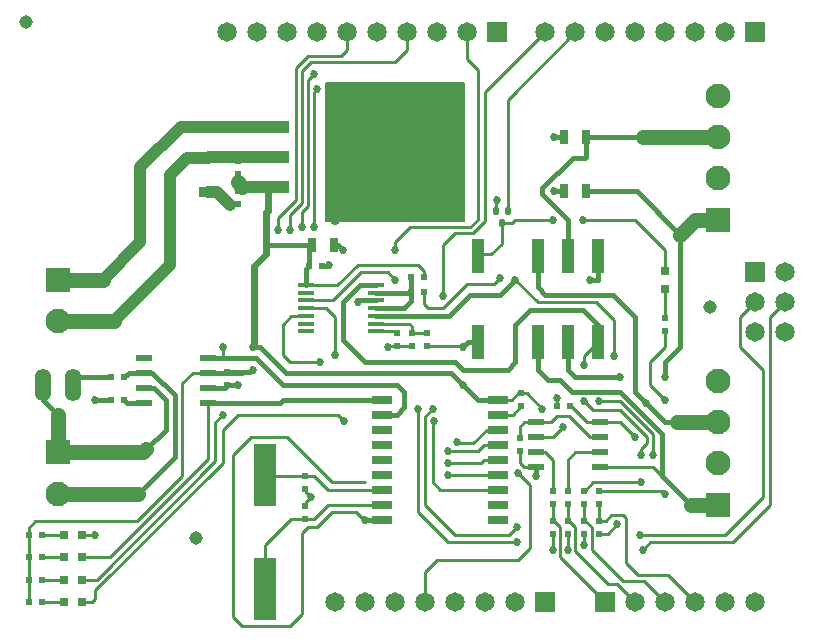
<source format=gbr>
%TF.GenerationSoftware,KiCad,Pcbnew,7.0.7*%
%TF.CreationDate,2023-10-02T21:51:04-04:00*%
%TF.ProjectId,sensor_interface_1.1.0,73656e73-6f72-45f6-996e-746572666163,rev?*%
%TF.SameCoordinates,Original*%
%TF.FileFunction,Copper,L1,Top*%
%TF.FilePolarity,Positive*%
%FSLAX46Y46*%
G04 Gerber Fmt 4.6, Leading zero omitted, Abs format (unit mm)*
G04 Created by KiCad (PCBNEW 7.0.7) date 2023-10-02 21:51:04*
%MOMM*%
%LPD*%
G01*
G04 APERTURE LIST*
G04 Aperture macros list*
%AMRoundRect*
0 Rectangle with rounded corners*
0 $1 Rounding radius*
0 $2 $3 $4 $5 $6 $7 $8 $9 X,Y pos of 4 corners*
0 Add a 4 corners polygon primitive as box body*
4,1,4,$2,$3,$4,$5,$6,$7,$8,$9,$2,$3,0*
0 Add four circle primitives for the rounded corners*
1,1,$1+$1,$2,$3*
1,1,$1+$1,$4,$5*
1,1,$1+$1,$6,$7*
1,1,$1+$1,$8,$9*
0 Add four rect primitives between the rounded corners*
20,1,$1+$1,$2,$3,$4,$5,0*
20,1,$1+$1,$4,$5,$6,$7,0*
20,1,$1+$1,$6,$7,$8,$9,0*
20,1,$1+$1,$8,$9,$2,$3,0*%
G04 Aperture macros list end*
%TA.AperFunction,ComponentPad*%
%ADD10R,1.651000X1.651000*%
%TD*%
%TA.AperFunction,ComponentPad*%
%ADD11C,1.651000*%
%TD*%
%TA.AperFunction,SMDPad,CuDef*%
%ADD12R,1.930400X5.334000*%
%TD*%
%TA.AperFunction,SMDPad,CuDef*%
%ADD13R,0.600000X0.500000*%
%TD*%
%TA.AperFunction,SMDPad,CuDef*%
%ADD14R,1.600000X0.900000*%
%TD*%
%TA.AperFunction,SMDPad,CuDef*%
%ADD15R,1.400000X0.600000*%
%TD*%
%TA.AperFunction,SMDPad,CuDef*%
%ADD16R,0.800000X0.800000*%
%TD*%
%TA.AperFunction,SMDPad,CuDef*%
%ADD17R,1.450000X0.450000*%
%TD*%
%TA.AperFunction,SMDPad,CuDef*%
%ADD18R,1.100000X3.000000*%
%TD*%
%TA.AperFunction,SMDPad,CuDef*%
%ADD19RoundRect,0.571500X0.000000X0.000000X0.000000X0.000000X0.000000X0.000000X0.000000X0.000000X0*%
%TD*%
%TA.AperFunction,SMDPad,CuDef*%
%ADD20R,0.500000X0.600000*%
%TD*%
%TA.AperFunction,SMDPad,CuDef*%
%ADD21R,1.778000X0.762000*%
%TD*%
%TA.AperFunction,ComponentPad*%
%ADD22R,2.100000X2.100000*%
%TD*%
%TA.AperFunction,ComponentPad*%
%ADD23C,2.100000*%
%TD*%
%TA.AperFunction,SMDPad,CuDef*%
%ADD24R,0.700000X1.300000*%
%TD*%
%TA.AperFunction,SMDPad,CuDef*%
%ADD25RoundRect,0.057500X0.172500X0.267500X-0.172500X0.267500X-0.172500X-0.267500X0.172500X-0.267500X0*%
%TD*%
%TA.AperFunction,SMDPad,CuDef*%
%ADD26R,3.400000X1.000000*%
%TD*%
%TA.AperFunction,SMDPad,CuDef*%
%ADD27R,8.600000X10.700000*%
%TD*%
%TA.AperFunction,ComponentPad*%
%ADD28O,1.371600X2.743200*%
%TD*%
%TA.AperFunction,ViaPad*%
%ADD29C,0.904800*%
%TD*%
%TA.AperFunction,ViaPad*%
%ADD30C,0.685800*%
%TD*%
%TA.AperFunction,Conductor*%
%ADD31C,0.254000*%
%TD*%
%TA.AperFunction,Conductor*%
%ADD32C,0.406400*%
%TD*%
%TA.AperFunction,Conductor*%
%ADD33C,1.016000*%
%TD*%
%TA.AperFunction,Conductor*%
%ADD34C,1.270000*%
%TD*%
%TA.AperFunction,Conductor*%
%ADD35C,0.609600*%
%TD*%
G04 APERTURE END LIST*
D10*
%TO.P,JP1,9*%
%TO.N,IO8*%
X155936750Y-80803950D03*
D11*
%TO.P,JP1,10*%
%TO.N,CS_A*%
X153396750Y-80803950D03*
%TO.P,JP1,11*%
%TO.N,CS_B*%
X150856750Y-80803950D03*
%TO.P,JP1,12*%
%TO.N,MOSI_B*%
X148316750Y-80803950D03*
%TO.P,JP1,13*%
%TO.N,MISO_B*%
X145776750Y-80803950D03*
%TO.P,JP1,14*%
%TO.N,SCK_B*%
X143236750Y-80803950D03*
%TO.P,JP1,15*%
%TO.N,GND*%
X140696750Y-80803950D03*
%TO.P,JP1,16*%
%TO.N,REF*%
X138156750Y-80803950D03*
%TO.P,JP1,17*%
%TO.N,N/C*%
X135616750Y-80803950D03*
%TO.P,JP1,18*%
X133076750Y-80803950D03*
%TD*%
D12*
%TO.P,X1,1*%
%TO.N,N$17*%
X136251750Y-127920950D03*
%TO.P,X1,2*%
%TO.N,N$16*%
X136251750Y-118268950D03*
%TD*%
D13*
%TO.P,R12,P$1*%
%TO.N,SHDN*%
X148697750Y-106288950D03*
%TO.P,R12,P$2*%
%TO.N,GND*%
X148697750Y-107388950D03*
%TD*%
D14*
%TO.P,C3,P$1*%
%TO.N,N$4*%
X131425750Y-94318950D03*
%TO.P,C3,P$2*%
%TO.N,GND*%
X131425750Y-91418950D03*
%TD*%
D15*
%TO.P,U6,1*%
%TO.N,N$11*%
X159205750Y-113823950D03*
%TO.P,U6,2*%
%TO.N,SIGNAL_INPUT_B*%
X159205750Y-115093950D03*
%TO.P,U6,3*%
%TO.N,N$13*%
X159205750Y-116363950D03*
%TO.P,U6,4*%
%TO.N,GND*%
X159205750Y-117633950D03*
%TO.P,U6,5*%
%TO.N,SIGNAL_INPUT_A*%
X164605750Y-117633950D03*
%TO.P,U6,6*%
%TO.N,N$12*%
X164605750Y-116363950D03*
%TO.P,U6,7*%
%TO.N,N$11*%
X164605750Y-115093950D03*
%TO.P,U6,8*%
%TO.N,+5V*%
X164605750Y-113823950D03*
%TD*%
D10*
%TO.P,JP3,33*%
%TO.N,MISO_A*%
X177780750Y-101123950D03*
D11*
%TO.P,JP3,34*%
%TO.N,SCK_A*%
X177780750Y-103663950D03*
%TO.P,JP3,35*%
%TO.N,N/C*%
X177780750Y-106203950D03*
%TO.P,JP3,36*%
%TO.N,GND*%
X180320750Y-106203950D03*
%TO.P,JP3,37*%
%TO.N,MOSI_A*%
X180320750Y-103663950D03*
%TO.P,JP3,38*%
%TO.N,N/C*%
X180320750Y-101123950D03*
%TD*%
D16*
%TO.P,D5,ANODE*%
%TO.N,N$8*%
X119245750Y-129063950D03*
%TO.P,D5,CATHODE*%
%TO.N,INT*%
X120745750Y-129063950D03*
%TD*%
D13*
%TO.P,R1,P$1*%
%TO.N,N$10*%
X170160750Y-105018950D03*
%TO.P,R1,P$2*%
%TO.N,+5V*%
X170160750Y-106118950D03*
%TD*%
D17*
%TO.P,U5,P$1*%
%TO.N,+5V*%
X139778750Y-102221950D03*
%TO.P,U5,P$2*%
%TO.N,N/C*%
X139778750Y-102871950D03*
%TO.P,U5,P$3*%
%TO.N,CS_A*%
X139778750Y-103521950D03*
%TO.P,U5,P$4*%
%TO.N,SCK_A*%
X139778750Y-104171950D03*
%TO.P,U5,P$5*%
%TO.N,MOSI_A*%
X139778750Y-104821950D03*
%TO.P,U5,P$6*%
%TO.N,N/C*%
X139778750Y-105471950D03*
%TO.P,U5,P$7*%
X139778750Y-106121950D03*
%TO.P,U5,P$8*%
%TO.N,LDAC*%
X145678750Y-106121950D03*
%TO.P,U5,P$9*%
%TO.N,SHDN*%
X145678750Y-105471950D03*
%TO.P,U5,P$10*%
%TO.N,SPOOF_SIGNAL_B*%
X145678750Y-104821950D03*
%TO.P,U5,P$11*%
%TO.N,N$7*%
X145678750Y-104171950D03*
%TO.P,U5,P$12*%
%TO.N,GND*%
X145678750Y-103521950D03*
%TO.P,U5,P$13*%
%TO.N,N$7*%
X145678750Y-102871950D03*
%TO.P,U5,P$14*%
%TO.N,SPOOF_SIGNAL_A*%
X145678750Y-102221950D03*
%TD*%
D18*
%TO.P,RELAY1,P$1*%
%TO.N,+5V*%
X154312750Y-107054950D03*
%TO.P,RELAY1,P$3*%
%TO.N,SIGNAL_INPUT_A*%
X159392750Y-107054950D03*
%TO.P,RELAY1,P$4*%
%TO.N,SIGNAL_OUTPUT_A*%
X161932750Y-107054950D03*
%TO.P,RELAY1,P$5*%
%TO.N,SPOOF_SIGNAL_A*%
X164472750Y-107054950D03*
%TO.P,RELAY1,P$8*%
%TO.N,SPOOF_SIGNAL_B*%
X164472750Y-99764950D03*
%TO.P,RELAY1,P$9*%
%TO.N,SIGNAL_OUTPUT_B*%
X161932750Y-99764950D03*
%TO.P,RELAY1,P$10*%
%TO.N,SIGNAL_INPUT_B*%
X159392750Y-99764950D03*
%TO.P,RELAY1,P$12*%
%TO.N,N$3*%
X154312750Y-99764950D03*
%TD*%
D13*
%TO.P,R16,P$1*%
%TO.N,N$12*%
X161905750Y-119623950D03*
%TO.P,R16,P$2*%
%TO.N,ADC1*%
X161905750Y-120723950D03*
%TD*%
D19*
%TO.P,TP2,T*%
%TO.N,N/C*%
X173970750Y-104044950D03*
%TD*%
D10*
%TO.P,JP4,27*%
%TO.N,ADC0*%
X165080750Y-129063950D03*
D11*
%TO.P,JP4,28*%
%TO.N,ADC1*%
X167620750Y-129063950D03*
%TO.P,JP4,29*%
%TO.N,ADC2*%
X170160750Y-129063950D03*
%TO.P,JP4,30*%
%TO.N,ADC3*%
X172700750Y-129063950D03*
%TO.P,JP4,31*%
%TO.N,ADC4*%
X175240750Y-129063950D03*
%TO.P,JP4,32*%
%TO.N,ADC5*%
X177780750Y-129063950D03*
%TD*%
D20*
%TO.P,R3,P$1*%
%TO.N,+5V*%
X149755750Y-101504950D03*
%TO.P,R3,P$2*%
%TO.N,N$7*%
X148655750Y-101504950D03*
%TD*%
D13*
%TO.P,R22,P$1*%
%TO.N,ADC3*%
X164572750Y-122163950D03*
%TO.P,R22,P$2*%
%TO.N,GND*%
X164572750Y-123263950D03*
%TD*%
D20*
%TO.P,C8,P$1*%
%TO.N,+5V*%
X162074750Y-112426950D03*
%TO.P,C8,P$2*%
%TO.N,GND*%
X160974750Y-112426950D03*
%TD*%
D13*
%TO.P,C1,P$1*%
%TO.N,+5V*%
X133965750Y-92783950D03*
%TO.P,C1,P$2*%
%TO.N,GND*%
X133965750Y-91683950D03*
%TD*%
%TO.P,R11,P$1*%
%TO.N,+5V*%
X149967750Y-107388950D03*
%TO.P,R11,P$2*%
%TO.N,SHDN*%
X149967750Y-106288950D03*
%TD*%
D21*
%TO.P,U2,1*%
%TO.N,TX_CAN*%
X146195850Y-111918950D03*
%TO.P,U2,2*%
%TO.N,RX_CAN*%
X146195850Y-113188950D03*
%TO.P,U2,3*%
%TO.N,N/C*%
X146195850Y-114458950D03*
%TO.P,U2,4*%
X146195850Y-115728950D03*
%TO.P,U2,5*%
X146195850Y-116998950D03*
%TO.P,U2,6*%
X146195850Y-118268950D03*
%TO.P,U2,7*%
%TO.N,N$16*%
X146195850Y-119538950D03*
%TO.P,U2,8*%
%TO.N,N$17*%
X146195850Y-120808950D03*
%TO.P,U2,9*%
%TO.N,GND*%
X146195850Y-122078950D03*
%TO.P,U2,10*%
%TO.N,N/C*%
X156025650Y-122078950D03*
%TO.P,U2,11*%
X156025650Y-120808950D03*
%TO.P,U2,12*%
%TO.N,INT*%
X156025650Y-119538950D03*
%TO.P,U2,13*%
%TO.N,SCK_B*%
X156025650Y-118268950D03*
%TO.P,U2,14*%
%TO.N,MOSI_B*%
X156025650Y-116998950D03*
%TO.P,U2,15*%
%TO.N,MISO_B*%
X156025650Y-115728950D03*
%TO.P,U2,16*%
%TO.N,CS_B*%
X156025650Y-114458950D03*
%TO.P,U2,17*%
%TO.N,RST_N*%
X156025650Y-113188950D03*
%TO.P,U2,18*%
%TO.N,+5V*%
X156025650Y-111918950D03*
%TD*%
D20*
%TO.P,R14,P$1*%
%TO.N,N$9*%
X124355750Y-111918950D03*
%TO.P,R14,P$2*%
%TO.N,GND*%
X123255750Y-111918950D03*
%TD*%
D13*
%TO.P,R21,P$1*%
%TO.N,ADC2*%
X163302750Y-122163950D03*
%TO.P,R21,P$2*%
%TO.N,GND*%
X163302750Y-123263950D03*
%TD*%
D22*
%TO.P,CON2,P$1*%
%TO.N,CANH*%
X118725750Y-116363950D03*
D23*
%TO.P,CON2,P$2*%
%TO.N,CANL*%
X118725750Y-119863950D03*
%TD*%
D20*
%TO.P,R7,P$1*%
%TO.N,N$8*%
X117370750Y-129063950D03*
%TO.P,R7,P$2*%
%TO.N,+5V*%
X116270750Y-129063950D03*
%TD*%
%TO.P,R10,P$1*%
%TO.N,+3V3*%
X149755750Y-102774950D03*
%TO.P,R10,P$2*%
%TO.N,N$7*%
X148655750Y-102774950D03*
%TD*%
D16*
%TO.P,D1,ANODE*%
%TO.N,N$10*%
X170160750Y-102508950D03*
%TO.P,D1,CATHODE*%
%TO.N,N$3*%
X170160750Y-101008950D03*
%TD*%
%TO.P,D3,ANODE*%
%TO.N,N$1*%
X119245750Y-125253950D03*
%TO.P,D3,CATHODE*%
%TO.N,TX_CAN*%
X120745750Y-125253950D03*
%TD*%
D22*
%TO.P,CON3,P$1*%
%TO.N,SIGNAL_INPUT_A*%
X174605750Y-120808950D03*
D23*
%TO.P,CON3,P$2*%
%TO.N,GND*%
X174605750Y-117308950D03*
%TO.P,CON3,P$3*%
%TO.N,SIGNAL_INPUT_B*%
X174605750Y-113808950D03*
%TO.P,CON3,P$4*%
%TO.N,GND*%
X174605750Y-110308950D03*
%TD*%
D16*
%TO.P,D2,ANODE*%
%TO.N,N$6*%
X119245750Y-123348950D03*
%TO.P,D2,CATHODE*%
%TO.N,GND*%
X120745750Y-123348950D03*
%TD*%
D24*
%TO.P,C5,P$1*%
%TO.N,+5V*%
X140254750Y-98837950D03*
%TO.P,C5,P$2*%
%TO.N,GND*%
X142154750Y-98837950D03*
%TD*%
D13*
%TO.P,R8,P$1*%
%TO.N,+5V*%
X133965750Y-94223950D03*
%TO.P,R8,P$2*%
%TO.N,N$4*%
X133965750Y-95323950D03*
%TD*%
%TO.P,C6,P$1*%
%TO.N,+5V*%
X133076750Y-109590950D03*
%TO.P,C6,P$2*%
%TO.N,GND*%
X133076750Y-110690950D03*
%TD*%
%TO.P,C7,P$1*%
%TO.N,GND*%
X139680750Y-119453950D03*
%TO.P,C7,P$2*%
%TO.N,N$16*%
X139680750Y-118353950D03*
%TD*%
%TO.P,R2,P$1*%
%TO.N,+5V*%
X157968750Y-111368950D03*
%TO.P,R2,P$2*%
%TO.N,RST_N*%
X157968750Y-112468950D03*
%TD*%
%TO.P,C4,P$1*%
%TO.N,GND*%
X139680750Y-120893950D03*
%TO.P,C4,P$2*%
%TO.N,N$17*%
X139680750Y-121993950D03*
%TD*%
D20*
%TO.P,R5,P$1*%
%TO.N,N$1*%
X117370750Y-125253950D03*
%TO.P,R5,P$2*%
%TO.N,+5V*%
X116270750Y-125253950D03*
%TD*%
D13*
%TO.P,R23,P$1*%
%TO.N,N$11*%
X157841750Y-115178950D03*
%TO.P,R23,P$2*%
%TO.N,GND*%
X157841750Y-116278950D03*
%TD*%
D20*
%TO.P,R13,P$1*%
%TO.N,CANL*%
X124355750Y-110013950D03*
%TO.P,R13,P$2*%
%TO.N,N$2*%
X123255750Y-110013950D03*
%TD*%
D11*
%TO.P,JP5,19*%
%TO.N,ADC6*%
X142220750Y-129063950D03*
%TO.P,JP5,20*%
%TO.N,ADC7*%
X144760750Y-129063950D03*
%TO.P,JP5,21*%
%TO.N,RST*%
X147300750Y-129063950D03*
%TO.P,JP5,22*%
%TO.N,+3V3*%
X149840750Y-129063950D03*
%TO.P,JP5,23*%
%TO.N,+5V*%
X152380750Y-129063950D03*
%TO.P,JP5,24*%
%TO.N,GND*%
X154920750Y-129063950D03*
%TO.P,JP5,25*%
X157460750Y-129063950D03*
D10*
%TO.P,JP5,26*%
%TO.N,VIN*%
X160000750Y-129063950D03*
%TD*%
D13*
%TO.P,R9,P$1*%
%TO.N,LDAC*%
X147427750Y-106288950D03*
%TO.P,R9,P$2*%
%TO.N,GND*%
X147427750Y-107388950D03*
%TD*%
%TO.P,R20,P$1*%
%TO.N,SPOOF_SIGNAL_B*%
X164572750Y-119623950D03*
%TO.P,R20,P$2*%
%TO.N,ADC3*%
X164572750Y-120723950D03*
%TD*%
D10*
%TO.P,JP2,1*%
%TO.N,IO0*%
X177780750Y-80803950D03*
D11*
%TO.P,JP2,2*%
%TO.N,IO1*%
X175240750Y-80803950D03*
%TO.P,JP2,3*%
%TO.N,IO2*%
X172700750Y-80803950D03*
%TO.P,JP2,4*%
%TO.N,IO3*%
X170160750Y-80803950D03*
%TO.P,JP2,5*%
%TO.N,IO4*%
X167620750Y-80803950D03*
%TO.P,JP2,6*%
%TO.N,IO5*%
X165080750Y-80803950D03*
%TO.P,JP2,7*%
%TO.N,SPOOF_EN*%
X162540750Y-80803950D03*
%TO.P,JP2,8*%
%TO.N,INT*%
X160000750Y-80803950D03*
%TD*%
D13*
%TO.P,R18,P$1*%
%TO.N,ADC1*%
X161905750Y-122163950D03*
%TO.P,R18,P$2*%
%TO.N,GND*%
X161905750Y-123263950D03*
%TD*%
D16*
%TO.P,D4,ANODE*%
%TO.N,N$5*%
X119245750Y-127158950D03*
%TO.P,D4,CATHODE*%
%TO.N,RX_CAN*%
X120745750Y-127158950D03*
%TD*%
D25*
%TO.P,Q1,P$1*%
%TO.N,SPOOF_EN*%
X156817750Y-95916950D03*
%TO.P,Q1,P$2*%
%TO.N,GND*%
X155817750Y-95916950D03*
%TO.P,Q1,P$3*%
%TO.N,N$3*%
X156317750Y-96966950D03*
%TD*%
D20*
%TO.P,R6,P$1*%
%TO.N,N$5*%
X117370750Y-127158950D03*
%TO.P,R6,P$2*%
%TO.N,+5V*%
X116270750Y-127158950D03*
%TD*%
D24*
%TO.P,C9,P$1*%
%TO.N,SIGNAL_OUTPUT_A*%
X163490750Y-94265950D03*
%TO.P,C9,P$2*%
%TO.N,GND*%
X161590750Y-94265950D03*
%TD*%
D22*
%TO.P,CON4,P$1*%
%TO.N,SIGNAL_OUTPUT_A*%
X174605750Y-96678950D03*
D23*
%TO.P,CON4,P$2*%
%TO.N,GND*%
X174605750Y-93178950D03*
%TO.P,CON4,P$3*%
%TO.N,SIGNAL_OUTPUT_B*%
X174605750Y-89678950D03*
%TO.P,CON4,P$4*%
%TO.N,GND*%
X174605750Y-86178950D03*
%TD*%
D19*
%TO.P,TP3,T*%
%TO.N,N/C*%
X116058750Y-79914950D03*
%TD*%
D13*
%TO.P,R19,P$1*%
%TO.N,SPOOF_SIGNAL_A*%
X163302750Y-119623950D03*
%TO.P,R19,P$2*%
%TO.N,ADC2*%
X163302750Y-120723950D03*
%TD*%
D22*
%TO.P,CON1,P$1*%
%TO.N,V+*%
X118725750Y-101758950D03*
D23*
%TO.P,CON1,P$2*%
%TO.N,GND*%
X118725750Y-105258950D03*
%TD*%
D13*
%TO.P,R15,P$1*%
%TO.N,N$13*%
X160635750Y-119623950D03*
%TO.P,R15,P$2*%
%TO.N,ADC0*%
X160635750Y-120723950D03*
%TD*%
D26*
%TO.P,U4,P$1*%
%TO.N,V+*%
X136632750Y-88804950D03*
%TO.P,U4,P$2*%
%TO.N,GND*%
X136632750Y-91344950D03*
%TO.P,U4,P$3*%
%TO.N,+5V*%
X136632750Y-93884950D03*
D27*
%TO.P,U4,P$4*%
%TO.N,GND*%
X147232750Y-91344950D03*
%TD*%
D19*
%TO.P,TP1,T*%
%TO.N,N/C*%
X130409750Y-123602950D03*
%TD*%
D20*
%TO.P,R4,P$1*%
%TO.N,N$6*%
X117370750Y-123348950D03*
%TO.P,R4,P$2*%
%TO.N,+5V*%
X116270750Y-123348950D03*
%TD*%
%TO.P,C2,P$1*%
%TO.N,+5V*%
X140019750Y-100615950D03*
%TO.P,C2,P$2*%
%TO.N,GND*%
X141119750Y-100615950D03*
%TD*%
D28*
%TO.P,JP6,1*%
%TO.N,CANH*%
X117455750Y-110648950D03*
%TO.P,JP6,2*%
%TO.N,N$2*%
X119995750Y-110648950D03*
%TD*%
D13*
%TO.P,R17,P$1*%
%TO.N,ADC0*%
X160635750Y-122163950D03*
%TO.P,R17,P$2*%
%TO.N,GND*%
X160635750Y-123263950D03*
%TD*%
D24*
%TO.P,C10,P$1*%
%TO.N,SIGNAL_OUTPUT_B*%
X163490750Y-89693950D03*
%TO.P,C10,P$2*%
%TO.N,GND*%
X161590750Y-89693950D03*
%TD*%
D15*
%TO.P,U1,1*%
%TO.N,TX_CAN*%
X131458750Y-112172950D03*
%TO.P,U1,2*%
%TO.N,GND*%
X131458750Y-110902950D03*
%TO.P,U1,3*%
%TO.N,+5V*%
X131458750Y-109632950D03*
%TO.P,U1,4*%
%TO.N,RX_CAN*%
X131458750Y-108362950D03*
%TO.P,U1,5*%
%TO.N,N/C*%
X126058750Y-108362950D03*
%TO.P,U1,6*%
%TO.N,CANL*%
X126058750Y-109632950D03*
%TO.P,U1,7*%
%TO.N,CANH*%
X126058750Y-110902950D03*
%TO.P,U1,8*%
%TO.N,N$9*%
X126058750Y-112172950D03*
%TD*%
D29*
%TO.N,GND*%
X142220750Y-90328950D03*
X152380750Y-94773950D03*
X152380750Y-92233950D03*
D30*
X142855750Y-99218950D03*
X159238750Y-118395950D03*
D29*
X152380750Y-96043950D03*
X142220750Y-95408950D03*
X152380750Y-93503950D03*
X142220750Y-92868950D03*
D30*
X166096750Y-122459950D03*
X144125750Y-103663950D03*
X155936750Y-95027950D03*
X133965750Y-110648950D03*
D29*
X142220750Y-89058950D03*
D30*
X121900750Y-111918950D03*
X160762750Y-94265950D03*
X160635750Y-124618950D03*
D29*
X142220750Y-94138950D03*
X152380750Y-89693950D03*
X142220750Y-86518950D03*
D30*
X161905750Y-124618950D03*
X144760750Y-122078950D03*
D29*
X152380750Y-88423950D03*
X142220750Y-96678950D03*
X152380750Y-85883950D03*
D30*
X121900750Y-123348950D03*
X141712750Y-100488950D03*
X163302750Y-124237950D03*
D29*
X142220750Y-87788950D03*
D30*
X160762750Y-89693950D03*
X161016750Y-111791950D03*
X146665750Y-107473950D03*
D29*
X142220750Y-91598950D03*
X152380750Y-87153950D03*
X152380750Y-90963950D03*
D30*
X140188750Y-120173950D03*
%TO.N,RX_CAN*%
X132695750Y-107473950D03*
X132695750Y-113188950D03*
%TO.N,MISO_B*%
X151745750Y-116236950D03*
X140442750Y-84359950D03*
X139426750Y-97313950D03*
%TO.N,MOSI_A*%
X168255750Y-124618950D03*
X149205750Y-112680950D03*
X140950750Y-108743950D03*
X157587750Y-123983950D03*
%TO.N,MOSI_B*%
X151745750Y-117252950D03*
X138410750Y-97567950D03*
%TO.N,SCK_A*%
X142220750Y-108108950D03*
X157587750Y-122713950D03*
X168001750Y-123348950D03*
X150475750Y-112680950D03*
%TO.N,SCK_B*%
X151745750Y-118268950D03*
X137394750Y-97567950D03*
%TO.N,CS_B*%
X140696750Y-85629950D03*
X152507750Y-115474950D03*
X140442750Y-97313950D03*
%TO.N,CS_A*%
X147300750Y-99218950D03*
X147300750Y-101758950D03*
%TO.N,+5V*%
X153015750Y-107473950D03*
X135235750Y-109378950D03*
X135235750Y-107473950D03*
X153015750Y-110648950D03*
X159746750Y-112680950D03*
X170160750Y-111918950D03*
X167620750Y-115093950D03*
%TO.N,N$3*%
X163175750Y-96678950D03*
X160635750Y-96678950D03*
%TO.N,SPOOF_SIGNAL_B*%
X170160750Y-119919950D03*
X163810750Y-101758950D03*
X157460750Y-101758950D03*
X169144750Y-116617950D03*
X164572750Y-112045950D03*
X165842750Y-108235950D03*
%TO.N,SPOOF_SIGNAL_A*%
X163302750Y-112045950D03*
X163302750Y-108997950D03*
X168128750Y-116617950D03*
X168128750Y-118903950D03*
%TO.N,SIGNAL_OUTPUT_A*%
X170160750Y-110013950D03*
X166350750Y-110013950D03*
%TO.N,SIGNAL_INPUT_B*%
X168573250Y-112236450D03*
X161524750Y-114204950D03*
%TO.N,+3V3*%
X157714750Y-118141950D03*
X156190750Y-101631950D03*
%TO.N,INT*%
X151364750Y-103155950D03*
X142982750Y-113696950D03*
X150602750Y-113696950D03*
%TD*%
D31*
%TO.N,GND*%
X161905750Y-123263950D02*
X161905750Y-124618950D01*
X138156750Y-115093950D02*
X141966750Y-118903950D01*
X133965750Y-91683950D02*
X133965750Y-91344950D01*
D32*
X159205750Y-118362950D02*
X159238750Y-118395950D01*
D31*
X144760750Y-122078950D02*
X144633750Y-122078950D01*
D32*
X132864750Y-110902950D02*
X133076750Y-110690950D01*
D31*
X139680750Y-120681950D02*
X140188750Y-120173950D01*
D33*
X128250750Y-92868950D02*
X129700750Y-91418950D01*
D31*
X139680750Y-120893950D02*
X139680750Y-120681950D01*
D34*
X118725750Y-105258950D02*
X123480750Y-105258950D01*
D31*
X141966750Y-118903950D02*
X144760750Y-118903950D01*
D32*
X142474750Y-98837950D02*
X142855750Y-99218950D01*
D31*
X144633750Y-122078950D02*
X143998750Y-121443950D01*
X120745750Y-123348950D02*
X121900750Y-123348950D01*
D32*
X161590750Y-89693950D02*
X160762750Y-89693950D01*
D31*
X140696750Y-122713950D02*
X139934750Y-122713950D01*
X155817750Y-95146950D02*
X155936750Y-95027950D01*
D32*
X131458750Y-110902950D02*
X132864750Y-110902950D01*
X145678750Y-103521950D02*
X144267750Y-103521950D01*
X161590750Y-94265950D02*
X160762750Y-94265950D01*
D31*
X160635750Y-123263950D02*
X160635750Y-124618950D01*
X134346750Y-131095950D02*
X133584750Y-130333950D01*
D33*
X128250750Y-100488950D02*
X128250750Y-92868950D01*
D32*
X142154750Y-98837950D02*
X142474750Y-98837950D01*
D31*
X139426750Y-130079950D02*
X138410750Y-131095950D01*
D32*
X146195850Y-122078950D02*
X144760750Y-122078950D01*
X141119750Y-100615950D02*
X141585750Y-100615950D01*
D31*
X157841750Y-116278950D02*
X157841750Y-117252950D01*
D32*
X141585750Y-100615950D02*
X141712750Y-100488950D01*
D31*
X160974750Y-111833950D02*
X161016750Y-111791950D01*
X146750750Y-107388950D02*
X146665750Y-107473950D01*
X143998750Y-121443950D02*
X141966750Y-121443950D01*
X133923750Y-110690950D02*
X133965750Y-110648950D01*
X138410750Y-131095950D02*
X134346750Y-131095950D01*
D32*
X123255750Y-111918950D02*
X121900750Y-111918950D01*
D31*
X158222750Y-117633950D02*
X159205750Y-117633950D01*
X139680750Y-119665950D02*
X140188750Y-120173950D01*
D33*
X136632750Y-91344950D02*
X133965750Y-91344950D01*
X123480750Y-105258950D02*
X128250750Y-100488950D01*
D31*
X163302750Y-123263950D02*
X163302750Y-124237950D01*
X155817750Y-95916950D02*
X155817750Y-95146950D01*
X133584750Y-130333950D02*
X133584750Y-116617950D01*
D32*
X133076750Y-110690950D02*
X133923750Y-110690950D01*
D31*
X139934750Y-122713950D02*
X139426750Y-123221950D01*
D33*
X131499750Y-91344950D02*
X131425750Y-91418950D01*
D31*
X135108750Y-115093950D02*
X138156750Y-115093950D01*
X164572750Y-123263950D02*
X165292750Y-123263950D01*
X133584750Y-116617950D02*
X135108750Y-115093950D01*
X139426750Y-123221950D02*
X139426750Y-130079950D01*
X141966750Y-121443950D02*
X140696750Y-122713950D01*
X165292750Y-123263950D02*
X166096750Y-122459950D01*
X139680750Y-119453950D02*
X139680750Y-119665950D01*
D33*
X131425750Y-91418950D02*
X129700750Y-91418950D01*
D31*
X160974750Y-112426950D02*
X160974750Y-111833950D01*
D33*
X133965750Y-91344950D02*
X131499750Y-91344950D01*
D32*
X144267750Y-103521950D02*
X144125750Y-103663950D01*
D31*
X147427750Y-107388950D02*
X146750750Y-107388950D01*
X148697750Y-107388950D02*
X147427750Y-107388950D01*
X157841750Y-117252950D02*
X158222750Y-117633950D01*
D32*
X159205750Y-117633950D02*
X159205750Y-118362950D01*
D34*
%TO.N,CANH*%
X118725750Y-116363950D02*
X125964750Y-116363950D01*
X118725750Y-113188950D02*
X118725750Y-116363950D01*
D32*
X126058750Y-110902950D02*
X126853750Y-110902950D01*
X117455750Y-110648950D02*
X117455750Y-111918950D01*
D34*
X125964750Y-116363950D02*
X126218750Y-116109950D01*
D32*
X126218750Y-116109950D02*
X127869750Y-114458950D01*
X126218750Y-116109950D02*
X125964750Y-116363950D01*
X127869750Y-111918950D02*
X127869750Y-114458950D01*
X126853750Y-110902950D02*
X127869750Y-111918950D01*
X117455750Y-111918950D02*
X118725750Y-113188950D01*
D31*
%TO.N,TX_CAN*%
X120745750Y-125253950D02*
X123170750Y-125253950D01*
X123170750Y-125253950D02*
X131458750Y-116965950D01*
X131458750Y-112172950D02*
X131458750Y-116965950D01*
D32*
X137521750Y-112172950D02*
X137775750Y-111918950D01*
X131458750Y-112172950D02*
X137521750Y-112172950D01*
X137775750Y-111918950D02*
X146195850Y-111918950D01*
D31*
%TO.N,RX_CAN*%
X122027750Y-127158950D02*
X132060750Y-117125950D01*
D32*
X147427750Y-113188950D02*
X148062750Y-112553950D01*
D31*
X132060750Y-117125950D02*
X132060750Y-113823950D01*
D32*
X146195850Y-113188950D02*
X147427750Y-113188950D01*
X148062750Y-111283950D02*
X147427750Y-110648950D01*
X137775750Y-110648950D02*
X135489750Y-108362950D01*
D31*
X132695750Y-107473950D02*
X132695750Y-108362950D01*
D32*
X148062750Y-112553950D02*
X148062750Y-111283950D01*
X131458750Y-108362950D02*
X132695750Y-108362950D01*
X132695750Y-108362950D02*
X135489750Y-108362950D01*
X147427750Y-110648950D02*
X137775750Y-110648950D01*
D31*
X132060750Y-113823950D02*
X132695750Y-113188950D01*
X120745750Y-127158950D02*
X122027750Y-127158950D01*
%TO.N,ADC1*%
X165334750Y-127539950D02*
X166096750Y-127539950D01*
X161905750Y-122163950D02*
X161990750Y-122163950D01*
X161905750Y-122163950D02*
X161905750Y-120723950D01*
X162540750Y-124745950D02*
X165334750Y-127539950D01*
X166096750Y-127539950D02*
X167620750Y-129063950D01*
X161990750Y-122163950D02*
X162540750Y-122713950D01*
X162540750Y-122713950D02*
X162540750Y-124745950D01*
%TO.N,N$16*%
X141585750Y-119538950D02*
X140400750Y-118353950D01*
X136336750Y-118353950D02*
X136251750Y-118268950D01*
X139680750Y-118353950D02*
X136336750Y-118353950D01*
X146195850Y-119538950D02*
X141585750Y-119538950D01*
X139680750Y-118353950D02*
X140400750Y-118353950D01*
%TO.N,N$17*%
X146195850Y-120808950D02*
X141585750Y-120808950D01*
X141585750Y-120808950D02*
X140400750Y-121993950D01*
X139680750Y-121993950D02*
X140400750Y-121993950D01*
X136251750Y-127920950D02*
X136251750Y-124237950D01*
X136251750Y-124237950D02*
X138495750Y-121993950D01*
X139680750Y-121993950D02*
X138495750Y-121993950D01*
D32*
%TO.N,CANL*%
X128631750Y-111537950D02*
X128631750Y-116744950D01*
X126726750Y-109632950D02*
X128631750Y-111537950D01*
D34*
X118725750Y-119863950D02*
X125512750Y-119863950D01*
D32*
X125512750Y-119863950D02*
X128631750Y-116744950D01*
X126058750Y-109632950D02*
X124736750Y-109632950D01*
X126058750Y-109632950D02*
X126726750Y-109632950D01*
X124736750Y-109632950D02*
X124355750Y-110013950D01*
D31*
%TO.N,RST_N*%
X156025650Y-113188950D02*
X157248750Y-113188950D01*
X157248750Y-113188950D02*
X157968750Y-112468950D01*
%TO.N,ADC0*%
X161270750Y-122713950D02*
X161270750Y-125253950D01*
X160720750Y-122163950D02*
X161270750Y-122713950D01*
X161270750Y-125253950D02*
X165080750Y-129063950D01*
X160635750Y-122163950D02*
X160720750Y-122163950D01*
X160635750Y-122163950D02*
X160635750Y-120723950D01*
D33*
%TO.N,V+*%
X136632750Y-88804950D02*
X129139750Y-88804950D01*
D34*
X118725750Y-101758950D02*
X122535750Y-101758950D01*
D33*
X122535750Y-101758950D02*
X125710750Y-98583950D01*
X125710750Y-92233950D02*
X129139750Y-88804950D01*
X125710750Y-98583950D02*
X125710750Y-92233950D01*
D31*
%TO.N,ADC2*%
X163937750Y-124618950D02*
X166604750Y-127285950D01*
X163937750Y-122713950D02*
X163937750Y-124618950D01*
X163302750Y-120723950D02*
X163302750Y-122163950D01*
X168382750Y-127285950D02*
X170160750Y-129063950D01*
X163387750Y-122163950D02*
X163937750Y-122713950D01*
X166604750Y-127285950D02*
X168382750Y-127285950D01*
X163302750Y-122163950D02*
X163387750Y-122163950D01*
%TO.N,ADC3*%
X164572750Y-120723950D02*
X164572750Y-122163950D01*
X167874750Y-126777950D02*
X170414750Y-126777950D01*
X166858750Y-121951950D02*
X166858750Y-125761950D01*
X165122750Y-122163950D02*
X165588750Y-121697950D01*
X165588750Y-121697950D02*
X166604750Y-121697950D01*
X166858750Y-125761950D02*
X167874750Y-126777950D01*
X164572750Y-122163950D02*
X165122750Y-122163950D01*
X166604750Y-121697950D02*
X166858750Y-121951950D01*
X170414750Y-126777950D02*
X172700750Y-129063950D01*
%TO.N,MISO_B*%
X139426750Y-96043950D02*
X139934750Y-95535950D01*
X154285750Y-116236950D02*
X154793750Y-115728950D01*
X139934750Y-84867950D02*
X140442750Y-84359950D01*
X139934750Y-95535950D02*
X139934750Y-84867950D01*
X151745750Y-116236950D02*
X154285750Y-116236950D01*
X156025650Y-115728950D02*
X154793750Y-115728950D01*
X139426750Y-97313950D02*
X139426750Y-96043950D01*
%TO.N,MOSI_A*%
X137775750Y-108108950D02*
X138410750Y-108743950D01*
X139778750Y-104821950D02*
X138522750Y-104821950D01*
X179050750Y-120808950D02*
X175875750Y-123983950D01*
X180320750Y-103663950D02*
X179050750Y-104933950D01*
X149205750Y-121443950D02*
X149205750Y-112680950D01*
X168890750Y-123983950D02*
X168255750Y-124618950D01*
X138410750Y-108743950D02*
X140950750Y-108743950D01*
X151745750Y-123983950D02*
X149205750Y-121443950D01*
X157587750Y-123983950D02*
X151745750Y-123983950D01*
X138522750Y-104821950D02*
X137775750Y-105568950D01*
X179050750Y-104933950D02*
X179050750Y-120808950D01*
X175875750Y-123983950D02*
X168890750Y-123983950D01*
X137775750Y-105568950D02*
X137775750Y-108108950D01*
%TO.N,MOSI_B*%
X138410750Y-97567950D02*
X138410750Y-96297950D01*
X139426750Y-84105950D02*
X140188750Y-83343950D01*
X148316750Y-82327950D02*
X148316750Y-80803950D01*
X154793750Y-116998950D02*
X154539750Y-117252950D01*
X156025650Y-116998950D02*
X154793750Y-116998950D01*
X140188750Y-83343950D02*
X147300750Y-83343950D01*
X151745750Y-117252950D02*
X154539750Y-117252950D01*
X138410750Y-96297950D02*
X139426750Y-95281950D01*
X147300750Y-83343950D02*
X148316750Y-82327950D01*
X139426750Y-95281950D02*
X139426750Y-84105950D01*
%TO.N,SCK_A*%
X142220750Y-104933950D02*
X141458750Y-104171950D01*
X149840750Y-113315950D02*
X150475750Y-112680950D01*
X175240750Y-123348950D02*
X168001750Y-123348950D01*
X152380750Y-123348950D02*
X149840750Y-120808950D01*
X176510750Y-104933950D02*
X176510750Y-107473950D01*
X177780750Y-103663950D02*
X176510750Y-104933950D01*
X157587750Y-122713950D02*
X156952750Y-123348950D01*
X139778750Y-104171950D02*
X141458750Y-104171950D01*
X178415750Y-120173950D02*
X175240750Y-123348950D01*
X156952750Y-123348950D02*
X152380750Y-123348950D01*
X149840750Y-120808950D02*
X149840750Y-113315950D01*
X178415750Y-109378950D02*
X178415750Y-120173950D01*
X176510750Y-107473950D02*
X178415750Y-109378950D01*
X142220750Y-108108950D02*
X142220750Y-104933950D01*
%TO.N,SCK_B*%
X138918750Y-83851950D02*
X139934750Y-82835950D01*
X143236750Y-82327950D02*
X143236750Y-80803950D01*
X137394750Y-96551950D02*
X138918750Y-95027950D01*
X156025650Y-118268950D02*
X151745750Y-118268950D01*
X139934750Y-82835950D02*
X142728750Y-82835950D01*
X142728750Y-82835950D02*
X143236750Y-82327950D01*
X137394750Y-97567950D02*
X137394750Y-96551950D01*
X138918750Y-95027950D02*
X138918750Y-83851950D01*
%TO.N,CS_B*%
X153904750Y-115601950D02*
X152634750Y-115601950D01*
X152634750Y-115601950D02*
X152507750Y-115474950D01*
X155047750Y-114458950D02*
X153904750Y-115601950D01*
X140442750Y-85883950D02*
X140696750Y-85629950D01*
X156025650Y-114458950D02*
X155047750Y-114458950D01*
X140442750Y-97313950D02*
X140442750Y-85883950D01*
%TO.N,CS_A*%
X146665750Y-101123950D02*
X147300750Y-101758950D01*
X154285750Y-96678950D02*
X153650750Y-97313950D01*
X154285750Y-96678950D02*
X154285750Y-83978950D01*
X154285750Y-83978950D02*
X153396750Y-83089950D01*
X148570750Y-97313950D02*
X147300750Y-98583950D01*
X147300750Y-98583950D02*
X147300750Y-99218950D01*
X153396750Y-80803950D02*
X153396750Y-83089950D01*
X142045250Y-103521950D02*
X144443250Y-101123950D01*
X139778750Y-103521950D02*
X142045250Y-103521950D01*
X153650750Y-97313950D02*
X148570750Y-97313950D01*
X144443250Y-101123950D02*
X146665750Y-101123950D01*
D32*
%TO.N,+5V*%
X140019750Y-99072950D02*
X140254750Y-98837950D01*
D31*
X125456750Y-122205950D02*
X129266750Y-118395950D01*
X116270750Y-122755950D02*
X116820750Y-122205950D01*
D34*
X134346750Y-93884950D02*
X133965750Y-93503950D01*
D35*
X136378750Y-99599950D02*
X135362750Y-100615950D01*
D32*
X140254750Y-98837950D02*
X136378750Y-98837950D01*
D31*
X129266750Y-118395950D02*
X129266750Y-110521950D01*
X157158327Y-111918950D02*
X156025650Y-111918950D01*
D35*
X136378750Y-98837950D02*
X136378750Y-99599950D01*
D31*
X163556750Y-113823950D02*
X162159750Y-112426950D01*
D32*
X139778750Y-102221950D02*
X139778750Y-100856950D01*
D31*
X166350750Y-113823950D02*
X167620750Y-115093950D01*
D32*
X152063250Y-109696450D02*
X153015750Y-110648950D01*
D31*
X152930750Y-107388950D02*
X153015750Y-107473950D01*
X116270750Y-127158950D02*
X116270750Y-125253950D01*
X166350750Y-113823950D02*
X164605750Y-113823950D01*
D32*
X152063250Y-109696450D02*
X138093250Y-109696450D01*
D31*
X116270750Y-123348950D02*
X116270750Y-122755950D01*
D32*
X153015750Y-110648950D02*
X154285750Y-111918950D01*
X135023750Y-109590950D02*
X135235750Y-109378950D01*
D31*
X168890750Y-110648950D02*
X170160750Y-111918950D01*
D32*
X131458750Y-109632950D02*
X134304750Y-109632950D01*
D31*
X164605750Y-113823950D02*
X163556750Y-113823950D01*
D32*
X135870750Y-107473950D02*
X135235750Y-107473950D01*
D35*
X136378750Y-96043950D02*
X136378750Y-98837950D01*
D31*
X149755750Y-101504950D02*
X149755750Y-101038950D01*
D32*
X139778750Y-100856950D02*
X140019750Y-100615950D01*
D31*
X116820750Y-122205950D02*
X125456750Y-122205950D01*
X133965750Y-92783950D02*
X133965750Y-93503950D01*
D32*
X140019750Y-100615950D02*
X140019750Y-99072950D01*
D35*
X135362750Y-100615950D02*
X135362750Y-107346950D01*
D31*
X149205750Y-100488950D02*
X144125750Y-100488950D01*
X168890750Y-108743950D02*
X168890750Y-110648950D01*
X142392750Y-102221950D02*
X144125750Y-100488950D01*
X162159750Y-112426950D02*
X162074750Y-112426950D01*
X134007750Y-94223950D02*
X134346750Y-93884950D01*
D35*
X135362750Y-107346950D02*
X135235750Y-107473950D01*
D31*
X158434750Y-111368950D02*
X159746750Y-112680950D01*
D32*
X136505750Y-94011950D02*
X136632750Y-93884950D01*
X154312750Y-107054950D02*
X153434750Y-107054950D01*
X134304750Y-109632950D02*
X133076750Y-109590950D01*
D33*
X136632750Y-93884950D02*
X134346750Y-93884950D01*
D31*
X170160750Y-106118950D02*
X170160750Y-107473950D01*
D32*
X153434750Y-107054950D02*
X153015750Y-107473950D01*
D31*
X157708327Y-111368950D02*
X157158327Y-111918950D01*
X116270750Y-125253950D02*
X116270750Y-123348950D01*
D35*
X136505750Y-95916950D02*
X136378750Y-96043950D01*
D31*
X139778750Y-102221950D02*
X142392750Y-102221950D01*
X157968750Y-111368950D02*
X157708327Y-111368950D01*
X133965750Y-94223950D02*
X134007750Y-94223950D01*
D35*
X136505750Y-94011950D02*
X136505750Y-95916950D01*
D31*
X131458750Y-109632950D02*
X130155750Y-109632950D01*
X116270750Y-129063950D02*
X116270750Y-127158950D01*
X149755750Y-101038950D02*
X149205750Y-100488950D01*
D32*
X156025650Y-111918950D02*
X154285750Y-111918950D01*
X133076750Y-109590950D02*
X135023750Y-109590950D01*
D31*
X149967750Y-107388950D02*
X152930750Y-107388950D01*
X129266750Y-110521950D02*
X130155750Y-109632950D01*
X157968750Y-111368950D02*
X158434750Y-111368950D01*
D32*
X138093250Y-109696450D02*
X135870750Y-107473950D01*
D31*
X170160750Y-107473950D02*
X168890750Y-108743950D01*
%TO.N,N$3*%
X156317750Y-98710950D02*
X155428750Y-99599950D01*
X170160750Y-101008950D02*
X170160750Y-99218950D01*
X157172750Y-96966950D02*
X157460750Y-96678950D01*
X154477750Y-99599950D02*
X154312750Y-99764950D01*
X156317750Y-96966950D02*
X157172750Y-96966950D01*
X154539750Y-99537950D02*
X154312750Y-99764950D01*
X167620750Y-96678950D02*
X163175750Y-96678950D01*
X155428750Y-99599950D02*
X154477750Y-99599950D01*
X170160750Y-99218950D02*
X167620750Y-96678950D01*
X160635750Y-96678950D02*
X157460750Y-96678950D01*
X156317750Y-96966950D02*
X156317750Y-98710950D01*
D32*
%TO.N,SIGNAL_OUTPUT_B*%
X161905750Y-96678950D02*
X159746750Y-94519950D01*
X163407705Y-91440000D02*
X163414760Y-91447055D01*
X163414760Y-91447055D02*
X163490750Y-91371065D01*
X162318700Y-91440000D02*
X163407705Y-91440000D01*
X163490750Y-89693950D02*
X168255750Y-89693950D01*
X161932750Y-99764950D02*
X161905750Y-99737950D01*
X159746750Y-94519950D02*
X159746750Y-94011950D01*
X168255750Y-89693950D02*
X168270750Y-89678950D01*
X159746750Y-94011950D02*
X162318700Y-91440000D01*
X163490750Y-91371065D02*
X163490750Y-89693950D01*
D34*
X168270750Y-89678950D02*
X174605750Y-89678950D01*
D32*
X161905750Y-99737950D02*
X161905750Y-96678950D01*
D31*
%TO.N,SPOOF_SIGNAL_B*%
X169144750Y-116617950D02*
X169144750Y-114839950D01*
X166350750Y-112045950D02*
X164572750Y-112045950D01*
X165842750Y-105187950D02*
X164318750Y-103663950D01*
X164572750Y-119623950D02*
X169864750Y-119623950D01*
X169144750Y-114839950D02*
X166350750Y-112045950D01*
X164318750Y-103663950D02*
X159365750Y-103663950D01*
X159365750Y-103663950D02*
X157460750Y-101758950D01*
D32*
X163810750Y-101758950D02*
X164475840Y-101758950D01*
X164475840Y-101758950D02*
X164483465Y-101751325D01*
D31*
X165842750Y-108235950D02*
X165842750Y-105187950D01*
D32*
X151857750Y-104821950D02*
X153650750Y-103028950D01*
X156190750Y-103028950D02*
X157460750Y-101758950D01*
D31*
X169864750Y-119623950D02*
X170160750Y-119919950D01*
D32*
X153650750Y-103028950D02*
X156190750Y-103028950D01*
X164483465Y-101751325D02*
X164472750Y-101740610D01*
X164472750Y-101740610D02*
X164472750Y-99764950D01*
X145678750Y-104821950D02*
X151857750Y-104821950D01*
D31*
%TO.N,SPOOF_SIGNAL_A*%
X168636750Y-115093950D02*
X166350750Y-112807950D01*
X168128750Y-116109950D02*
X168636750Y-115601950D01*
X163302750Y-108997950D02*
X163302750Y-108224950D01*
D32*
X144760750Y-108743950D02*
X152380750Y-108743950D01*
D31*
X168636750Y-115601950D02*
X168636750Y-115093950D01*
D32*
X158730750Y-104298950D02*
X163175750Y-104298950D01*
X145678750Y-102221950D02*
X144297750Y-102221950D01*
D31*
X166350750Y-112807950D02*
X164064750Y-112807950D01*
X163344750Y-119623950D02*
X164064750Y-118903950D01*
X164064750Y-112807950D02*
X163302750Y-112045950D01*
D32*
X142855750Y-106838950D02*
X144760750Y-108743950D01*
D31*
X163302750Y-119623950D02*
X163344750Y-119623950D01*
X163302750Y-108224950D02*
X164472750Y-107054950D01*
X164064750Y-118903950D02*
X168128750Y-118903950D01*
D32*
X142855750Y-103663950D02*
X142855750Y-106838950D01*
D31*
X168128750Y-116617950D02*
X168128750Y-116109950D01*
D32*
X164472750Y-107054950D02*
X164472750Y-105595950D01*
X144297750Y-102221950D02*
X142855750Y-103663950D01*
X164472750Y-105595950D02*
X163175750Y-104298950D01*
X152380750Y-108743950D02*
X153015750Y-109378950D01*
X157460750Y-105568950D02*
X158730750Y-104298950D01*
X153015750Y-109378950D02*
X156825750Y-109378950D01*
X157460750Y-108743950D02*
X157460750Y-105568950D01*
X156825750Y-109378950D02*
X157460750Y-108743950D01*
%TO.N,SIGNAL_OUTPUT_A*%
X170160750Y-110013950D02*
X170160750Y-108743950D01*
D34*
X172700750Y-96678950D02*
X171430750Y-97948950D01*
D32*
X161932750Y-109405950D02*
X162540750Y-110013950D01*
X170160750Y-108743950D02*
X171430750Y-107473950D01*
X161932750Y-107054950D02*
X161932750Y-109405950D01*
X171430750Y-97948950D02*
X171430750Y-107473950D01*
X163490750Y-94265950D02*
X167747750Y-94265950D01*
D34*
X174605750Y-96678950D02*
X172700750Y-96678950D01*
D32*
X167747750Y-94265950D02*
X171430750Y-97948950D01*
X162540750Y-110013950D02*
X166350750Y-110013950D01*
D31*
%TO.N,SIGNAL_INPUT_A*%
X169144750Y-117633950D02*
X169906750Y-118395950D01*
D32*
X172319750Y-120808950D02*
X169906750Y-118395950D01*
X166350750Y-111283950D02*
X162286750Y-111283950D01*
D34*
X174605750Y-120808950D02*
X172319750Y-120808950D01*
D32*
X160254750Y-110267950D02*
X159365750Y-109378950D01*
X161270750Y-110267950D02*
X160254750Y-110267950D01*
X159365750Y-107081950D02*
X159392750Y-107054950D01*
X169906750Y-114839950D02*
X166350750Y-111283950D01*
X169906750Y-118395950D02*
X169906750Y-114839950D01*
X162286750Y-111283950D02*
X161270750Y-110267950D01*
X159365750Y-109378950D02*
X159365750Y-107081950D01*
D31*
X164605750Y-117633950D02*
X169144750Y-117633950D01*
D32*
%TO.N,SIGNAL_INPUT_B*%
X168573250Y-112236450D02*
X167620750Y-111283950D01*
X167620750Y-111283950D02*
X167620750Y-104933950D01*
X159392750Y-99764950D02*
X159392750Y-102420950D01*
X160000750Y-103028950D02*
X159392750Y-102420950D01*
X165715750Y-103028950D02*
X160000750Y-103028950D01*
D34*
X171191750Y-113808950D02*
X174605750Y-113808950D01*
D32*
X170145750Y-113808950D02*
X171191750Y-113808950D01*
X167620750Y-104933950D02*
X165715750Y-103028950D01*
D31*
X159205750Y-115093950D02*
X160635750Y-115093950D01*
D34*
X171191750Y-113808950D02*
X171176750Y-113823950D01*
D31*
X160635750Y-115093950D02*
X161524750Y-114204950D01*
D32*
X168573250Y-112236450D02*
X170145750Y-113808950D01*
D31*
%TO.N,LDAC*%
X147260750Y-106121950D02*
X147427750Y-106288950D01*
X145678750Y-106121950D02*
X147260750Y-106121950D01*
%TO.N,SHDN*%
X148697750Y-106288950D02*
X149967750Y-106288950D01*
X148697750Y-105695950D02*
X148473750Y-105471950D01*
X145678750Y-105471950D02*
X148473750Y-105471950D01*
X148697750Y-106288950D02*
X148697750Y-105695950D01*
%TO.N,+3V3*%
X158730750Y-124491950D02*
X158730750Y-119157950D01*
X149840750Y-126523950D02*
X149840750Y-129063950D01*
X150856750Y-125507950D02*
X149840750Y-126523950D01*
X150856750Y-125507950D02*
X157714750Y-125507950D01*
X150094750Y-104171950D02*
X151364750Y-104171950D01*
X149755750Y-103832950D02*
X150094750Y-104171950D01*
X158730750Y-119157950D02*
X157714750Y-118141950D01*
X155682750Y-102139950D02*
X156190750Y-101631950D01*
X149755750Y-102774950D02*
X149755750Y-103832950D01*
X153396750Y-102139950D02*
X151364750Y-104171950D01*
X157714750Y-125507950D02*
X158730750Y-124491950D01*
X155682750Y-102139950D02*
X153396750Y-102139950D01*
D32*
%TO.N,N$7*%
X145678750Y-104171950D02*
X148062750Y-104171950D01*
X148558750Y-102871950D02*
X148655750Y-102774950D01*
X145678750Y-102871950D02*
X148558750Y-102871950D01*
X148062750Y-104171950D02*
X148655750Y-103578950D01*
X148655750Y-102774950D02*
X148655750Y-103578950D01*
X148655750Y-102774950D02*
X148655750Y-101504950D01*
D31*
%TO.N,N$4*%
X133880750Y-95408950D02*
X133965750Y-95323950D01*
D33*
X131425750Y-94318950D02*
X132240750Y-94318950D01*
D31*
X133330750Y-95408950D02*
X133880750Y-95408950D01*
D33*
X132240750Y-94318950D02*
X133330750Y-95408950D01*
D31*
%TO.N,N$6*%
X117370750Y-123348950D02*
X119245750Y-123348950D01*
%TO.N,N$1*%
X117370750Y-125253950D02*
X119245750Y-125253950D01*
%TO.N,N$5*%
X117370750Y-127158950D02*
X119245750Y-127158950D01*
%TO.N,N$8*%
X117370750Y-129063950D02*
X119245750Y-129063950D01*
D32*
%TO.N,N$2*%
X123255750Y-110013950D02*
X120630750Y-110013950D01*
X120630750Y-110013950D02*
X119995750Y-110648950D01*
%TO.N,N$9*%
X124609750Y-112172950D02*
X124355750Y-111918950D01*
X126058750Y-112172950D02*
X124609750Y-112172950D01*
D31*
%TO.N,N$10*%
X170160750Y-102508950D02*
X170160750Y-105018950D01*
%TO.N,INT*%
X151364750Y-98837950D02*
X151364750Y-103155950D01*
X154920750Y-85883950D02*
X160000750Y-80803950D01*
X153904750Y-97821950D02*
X154920750Y-96805950D01*
X120745750Y-129063950D02*
X121646750Y-129063950D01*
X151110750Y-119538950D02*
X150475750Y-118903950D01*
X154920750Y-96805950D02*
X154920750Y-85883950D01*
X133965750Y-113188950D02*
X142474750Y-113188950D01*
X121900750Y-128047950D02*
X132695750Y-117252950D01*
X150475750Y-113823950D02*
X150602750Y-113696950D01*
X156025650Y-119538950D02*
X151110750Y-119538950D01*
X132695750Y-117252950D02*
X132695750Y-114458950D01*
X152380750Y-97821950D02*
X151364750Y-98837950D01*
X133965750Y-113188950D02*
X132695750Y-114458950D01*
X153904750Y-97821950D02*
X152380750Y-97821950D01*
X121900750Y-128809950D02*
X121900750Y-128047950D01*
X142474750Y-113188950D02*
X142982750Y-113696950D01*
X150475750Y-118903950D02*
X150475750Y-113823950D01*
X121646750Y-129063950D02*
X121900750Y-128809950D01*
%TO.N,SPOOF_EN*%
X156817750Y-95916950D02*
X156817750Y-86526950D01*
X156952750Y-95916950D02*
X156817750Y-95916950D01*
X156817750Y-86526950D02*
X162540750Y-80803950D01*
%TO.N,N$11*%
X157841750Y-115178950D02*
X157841750Y-114204950D01*
X160508750Y-113823950D02*
X161016750Y-113315950D01*
X162032750Y-113315950D02*
X161016750Y-113315950D01*
X164605750Y-115093950D02*
X163810750Y-115093950D01*
X158222750Y-113823950D02*
X159205750Y-113823950D01*
X159205750Y-113823950D02*
X160508750Y-113823950D01*
X157841750Y-114204950D02*
X158222750Y-113823950D01*
X163810750Y-115093950D02*
X162032750Y-113315950D01*
%TO.N,N$12*%
X164605750Y-116363950D02*
X162540750Y-116363950D01*
X161905750Y-116998950D02*
X161905750Y-119623950D01*
X162540750Y-116363950D02*
X161905750Y-116998950D01*
%TO.N,N$13*%
X160635750Y-116998950D02*
X160000750Y-116363950D01*
X160000750Y-116363950D02*
X159205750Y-116363950D01*
X160635750Y-119623950D02*
X160635750Y-116998950D01*
%TD*%
%TA.AperFunction,Conductor*%
%TO.N,GND*%
G36*
X153177481Y-85064963D02*
G01*
X153214026Y-85115263D01*
X153218950Y-85146350D01*
X153218950Y-96781550D01*
X153199737Y-96840681D01*
X153149437Y-96877226D01*
X153118350Y-96882150D01*
X141483150Y-96882150D01*
X141424019Y-96862937D01*
X141387474Y-96812637D01*
X141382550Y-96781550D01*
X141382550Y-85146350D01*
X141401763Y-85087219D01*
X141452063Y-85050674D01*
X141483150Y-85045750D01*
X153118350Y-85045750D01*
X153177481Y-85064963D01*
G37*
%TD.AperFunction*%
%TD*%
M02*

</source>
